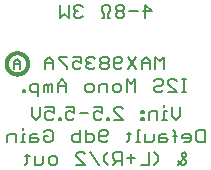
<source format=gbr>
G04 EAGLE Gerber RS-274X export*
G75*
%MOMM*%
%FSLAX34Y34*%
%LPD*%
%INSilkscreen Bottom*%
%IPPOS*%
%AMOC8*
5,1,8,0,0,1.08239X$1,22.5*%
G01*
%ADD10C,0.203200*%
%ADD11C,0.304800*%


D10*
X151905Y95513D02*
X151905Y88395D01*
X148346Y84836D01*
X144787Y88395D01*
X144787Y95513D01*
X140212Y91954D02*
X138432Y91954D01*
X138432Y84836D01*
X140212Y84836D02*
X136652Y84836D01*
X138432Y95513D02*
X138432Y97293D01*
X132416Y91954D02*
X132416Y84836D01*
X132416Y91954D02*
X127077Y91954D01*
X125297Y90175D01*
X125297Y84836D01*
X120722Y91954D02*
X118942Y91954D01*
X118942Y90175D01*
X120722Y90175D01*
X120722Y91954D01*
X120722Y86616D02*
X118942Y86616D01*
X118942Y84836D01*
X120722Y84836D01*
X120722Y86616D01*
X103181Y84836D02*
X96063Y84836D01*
X103181Y84836D02*
X96063Y91954D01*
X96063Y93734D01*
X97842Y95513D01*
X101401Y95513D01*
X103181Y93734D01*
X91487Y86616D02*
X91487Y84836D01*
X91487Y86616D02*
X89707Y86616D01*
X89707Y84836D01*
X91487Y84836D01*
X85640Y95513D02*
X78522Y95513D01*
X85640Y95513D02*
X85640Y90175D01*
X82081Y91954D01*
X80301Y91954D01*
X78522Y90175D01*
X78522Y86616D01*
X80301Y84836D01*
X83860Y84836D01*
X85640Y86616D01*
X73946Y90175D02*
X66828Y90175D01*
X62252Y95513D02*
X55134Y95513D01*
X62252Y95513D02*
X62252Y90175D01*
X58693Y91954D01*
X56913Y91954D01*
X55134Y90175D01*
X55134Y86616D01*
X56913Y84836D01*
X60472Y84836D01*
X62252Y86616D01*
X50558Y86616D02*
X50558Y84836D01*
X50558Y86616D02*
X48778Y86616D01*
X48778Y84836D01*
X50558Y84836D01*
X44711Y95513D02*
X37593Y95513D01*
X44711Y95513D02*
X44711Y90175D01*
X41152Y91954D01*
X39372Y91954D01*
X37593Y90175D01*
X37593Y86616D01*
X39372Y84836D01*
X42931Y84836D01*
X44711Y86616D01*
X33017Y88395D02*
X33017Y95513D01*
X33017Y88395D02*
X29458Y84836D01*
X25899Y88395D01*
X25899Y95513D01*
X172370Y76463D02*
X172370Y65786D01*
X167031Y65786D01*
X165252Y67566D01*
X165252Y74684D01*
X167031Y76463D01*
X172370Y76463D01*
X158896Y65786D02*
X155337Y65786D01*
X158896Y65786D02*
X160676Y67566D01*
X160676Y71125D01*
X158896Y72904D01*
X155337Y72904D01*
X153558Y71125D01*
X153558Y69345D01*
X160676Y69345D01*
X147203Y65786D02*
X147203Y74684D01*
X145423Y76463D01*
X145423Y71125D02*
X148982Y71125D01*
X139407Y72904D02*
X135847Y72904D01*
X134068Y71125D01*
X134068Y65786D01*
X139407Y65786D01*
X141186Y67566D01*
X139407Y69345D01*
X134068Y69345D01*
X129492Y67566D02*
X129492Y72904D01*
X129492Y67566D02*
X127713Y65786D01*
X122374Y65786D01*
X122374Y72904D01*
X117798Y76463D02*
X116019Y76463D01*
X116019Y65786D01*
X117798Y65786D02*
X114239Y65786D01*
X108223Y67566D02*
X108223Y74684D01*
X108223Y67566D02*
X106443Y65786D01*
X106443Y72904D02*
X110002Y72904D01*
X90512Y67566D02*
X88733Y65786D01*
X85174Y65786D01*
X83394Y67566D01*
X83394Y74684D01*
X85174Y76463D01*
X88733Y76463D01*
X90512Y74684D01*
X90512Y72904D01*
X88733Y71125D01*
X83394Y71125D01*
X71700Y76463D02*
X71700Y65786D01*
X77039Y65786D01*
X78818Y67566D01*
X78818Y71125D01*
X77039Y72904D01*
X71700Y72904D01*
X67124Y76463D02*
X67124Y65786D01*
X61786Y65786D01*
X60006Y67566D01*
X60006Y71125D01*
X61786Y72904D01*
X67124Y72904D01*
X38398Y76463D02*
X36618Y74684D01*
X38398Y76463D02*
X41957Y76463D01*
X43736Y74684D01*
X43736Y67566D01*
X41957Y65786D01*
X38398Y65786D01*
X36618Y67566D01*
X36618Y71125D01*
X40177Y71125D01*
X30263Y72904D02*
X26704Y72904D01*
X24924Y71125D01*
X24924Y65786D01*
X30263Y65786D01*
X32042Y67566D01*
X30263Y69345D01*
X24924Y69345D01*
X20348Y72904D02*
X18569Y72904D01*
X18569Y65786D01*
X20348Y65786D02*
X16789Y65786D01*
X18569Y76463D02*
X18569Y78243D01*
X12552Y72904D02*
X12552Y65786D01*
X12552Y72904D02*
X7214Y72904D01*
X5434Y71125D01*
X5434Y65786D01*
X149660Y50295D02*
X153219Y46736D01*
X154998Y46736D01*
X156778Y48516D01*
X156778Y50295D01*
X153219Y53854D01*
X153219Y55634D01*
X154998Y57413D01*
X156778Y55634D01*
X156778Y53854D01*
X149660Y46736D01*
X133390Y50295D02*
X129831Y46736D01*
X133390Y50295D02*
X133390Y53854D01*
X129831Y57413D01*
X125594Y57413D02*
X125594Y46736D01*
X118476Y46736D01*
X113900Y52075D02*
X106782Y52075D01*
X110341Y55634D02*
X110341Y48516D01*
X102206Y46736D02*
X102206Y57413D01*
X96868Y57413D01*
X95088Y55634D01*
X95088Y52075D01*
X96868Y50295D01*
X102206Y50295D01*
X98647Y50295D02*
X95088Y46736D01*
X90512Y46736D02*
X86953Y50295D01*
X86953Y53854D01*
X90512Y57413D01*
X82716Y46736D02*
X75598Y57413D01*
X71022Y46736D02*
X63904Y46736D01*
X71022Y46736D02*
X63904Y53854D01*
X63904Y55634D01*
X65684Y57413D01*
X69243Y57413D01*
X71022Y55634D01*
X45855Y46736D02*
X42296Y46736D01*
X40516Y48516D01*
X40516Y52075D01*
X42296Y53854D01*
X45855Y53854D01*
X47634Y52075D01*
X47634Y48516D01*
X45855Y46736D01*
X35940Y48516D02*
X35940Y53854D01*
X35940Y48516D02*
X34161Y46736D01*
X28822Y46736D01*
X28822Y53854D01*
X22467Y55634D02*
X22467Y48516D01*
X20687Y46736D01*
X20687Y53854D02*
X24246Y53854D01*
X137967Y127381D02*
X137967Y138058D01*
X134408Y134499D01*
X130849Y138058D01*
X130849Y127381D01*
X126273Y127381D02*
X126273Y134499D01*
X122714Y138058D01*
X119155Y134499D01*
X119155Y127381D01*
X119155Y132720D02*
X126273Y132720D01*
X114579Y138058D02*
X107461Y127381D01*
X114579Y127381D02*
X107461Y138058D01*
X102885Y129161D02*
X101106Y127381D01*
X97547Y127381D01*
X95767Y129161D01*
X95767Y136279D01*
X97547Y138058D01*
X101106Y138058D01*
X102885Y136279D01*
X102885Y134499D01*
X101106Y132720D01*
X95767Y132720D01*
X91191Y136279D02*
X89412Y138058D01*
X85853Y138058D01*
X84073Y136279D01*
X84073Y134499D01*
X85853Y132720D01*
X84073Y130940D01*
X84073Y129161D01*
X85853Y127381D01*
X89412Y127381D01*
X91191Y129161D01*
X91191Y130940D01*
X89412Y132720D01*
X91191Y134499D01*
X91191Y136279D01*
X89412Y132720D02*
X85853Y132720D01*
X79497Y136279D02*
X77718Y138058D01*
X74159Y138058D01*
X72379Y136279D01*
X72379Y134499D01*
X74159Y132720D01*
X75938Y132720D01*
X74159Y132720D02*
X72379Y130940D01*
X72379Y129161D01*
X74159Y127381D01*
X77718Y127381D01*
X79497Y129161D01*
X67803Y138058D02*
X60685Y138058D01*
X67803Y138058D02*
X67803Y132720D01*
X64244Y134499D01*
X62465Y134499D01*
X60685Y132720D01*
X60685Y129161D01*
X62465Y127381D01*
X66024Y127381D01*
X67803Y129161D01*
X56109Y138058D02*
X48991Y138058D01*
X48991Y136279D01*
X56109Y129161D01*
X56109Y127381D01*
X44415Y127381D02*
X44415Y134499D01*
X40856Y138058D01*
X37297Y134499D01*
X37297Y127381D01*
X37297Y132720D02*
X44415Y132720D01*
X152923Y108331D02*
X156482Y108331D01*
X154703Y108331D02*
X154703Y119008D01*
X156482Y119008D02*
X152923Y119008D01*
X148686Y108331D02*
X141568Y108331D01*
X148686Y108331D02*
X141568Y115449D01*
X141568Y117229D01*
X143348Y119008D01*
X146907Y119008D01*
X148686Y117229D01*
X131654Y119008D02*
X129874Y117229D01*
X131654Y119008D02*
X135213Y119008D01*
X136993Y117229D01*
X136993Y115449D01*
X135213Y113670D01*
X131654Y113670D01*
X129874Y111890D01*
X129874Y110111D01*
X131654Y108331D01*
X135213Y108331D01*
X136993Y110111D01*
X113605Y108331D02*
X113605Y119008D01*
X110046Y115449D01*
X106487Y119008D01*
X106487Y108331D01*
X100131Y108331D02*
X96572Y108331D01*
X94793Y110111D01*
X94793Y113670D01*
X96572Y115449D01*
X100131Y115449D01*
X101911Y113670D01*
X101911Y110111D01*
X100131Y108331D01*
X90217Y108331D02*
X90217Y115449D01*
X84878Y115449D01*
X83099Y113670D01*
X83099Y108331D01*
X76743Y108331D02*
X73184Y108331D01*
X71405Y110111D01*
X71405Y113670D01*
X73184Y115449D01*
X76743Y115449D01*
X78523Y113670D01*
X78523Y110111D01*
X76743Y108331D01*
X55135Y108331D02*
X55135Y115449D01*
X51576Y119008D01*
X48017Y115449D01*
X48017Y108331D01*
X48017Y113670D02*
X55135Y113670D01*
X43441Y115449D02*
X43441Y108331D01*
X43441Y115449D02*
X41661Y115449D01*
X39882Y113670D01*
X39882Y108331D01*
X39882Y113670D02*
X38102Y115449D01*
X36323Y113670D01*
X36323Y108331D01*
X31747Y104772D02*
X31747Y115449D01*
X26408Y115449D01*
X24629Y113670D01*
X24629Y110111D01*
X26408Y108331D01*
X31747Y108331D01*
X20053Y108331D02*
X20053Y110111D01*
X18273Y110111D01*
X18273Y108331D01*
X20053Y108331D01*
X122204Y171196D02*
X122204Y181873D01*
X127543Y176535D01*
X120425Y176535D01*
X115849Y176535D02*
X108731Y176535D01*
X104155Y180094D02*
X102376Y181873D01*
X98816Y181873D01*
X97037Y180094D01*
X97037Y178314D01*
X98816Y176535D01*
X97037Y174755D01*
X97037Y172976D01*
X98816Y171196D01*
X102376Y171196D01*
X104155Y172976D01*
X104155Y174755D01*
X102376Y176535D01*
X104155Y178314D01*
X104155Y180094D01*
X102376Y176535D02*
X98816Y176535D01*
X92461Y171196D02*
X90682Y171196D01*
X90682Y174755D01*
X92461Y176535D01*
X92461Y180094D01*
X90682Y181873D01*
X87123Y181873D01*
X85343Y180094D01*
X85343Y176535D01*
X87123Y174755D01*
X87123Y171196D01*
X85343Y171196D01*
X69073Y180094D02*
X67294Y181873D01*
X63735Y181873D01*
X61955Y180094D01*
X61955Y178314D01*
X63735Y176535D01*
X65514Y176535D01*
X63735Y176535D02*
X61955Y174755D01*
X61955Y172976D01*
X63735Y171196D01*
X67294Y171196D01*
X69073Y172976D01*
X57379Y171196D02*
X57379Y181873D01*
X53820Y174755D02*
X57379Y171196D01*
X53820Y174755D02*
X50261Y171196D01*
X50261Y181873D01*
D11*
X4990Y132080D02*
X4993Y132300D01*
X5001Y132521D01*
X5014Y132741D01*
X5033Y132960D01*
X5058Y133179D01*
X5087Y133398D01*
X5122Y133615D01*
X5163Y133832D01*
X5208Y134048D01*
X5259Y134262D01*
X5315Y134475D01*
X5377Y134687D01*
X5443Y134897D01*
X5515Y135105D01*
X5592Y135312D01*
X5674Y135516D01*
X5760Y135719D01*
X5852Y135919D01*
X5949Y136118D01*
X6050Y136313D01*
X6157Y136506D01*
X6268Y136697D01*
X6383Y136884D01*
X6503Y137069D01*
X6628Y137251D01*
X6757Y137429D01*
X6891Y137605D01*
X7028Y137777D01*
X7170Y137945D01*
X7316Y138111D01*
X7466Y138272D01*
X7620Y138430D01*
X7778Y138584D01*
X7939Y138734D01*
X8105Y138880D01*
X8273Y139022D01*
X8445Y139159D01*
X8621Y139293D01*
X8799Y139422D01*
X8981Y139547D01*
X9166Y139667D01*
X9353Y139782D01*
X9544Y139893D01*
X9737Y140000D01*
X9932Y140101D01*
X10131Y140198D01*
X10331Y140290D01*
X10534Y140376D01*
X10738Y140458D01*
X10945Y140535D01*
X11153Y140607D01*
X11363Y140673D01*
X11575Y140735D01*
X11788Y140791D01*
X12002Y140842D01*
X12218Y140887D01*
X12435Y140928D01*
X12652Y140963D01*
X12871Y140992D01*
X13090Y141017D01*
X13309Y141036D01*
X13529Y141049D01*
X13750Y141057D01*
X13970Y141060D01*
X14190Y141057D01*
X14411Y141049D01*
X14631Y141036D01*
X14850Y141017D01*
X15069Y140992D01*
X15288Y140963D01*
X15505Y140928D01*
X15722Y140887D01*
X15938Y140842D01*
X16152Y140791D01*
X16365Y140735D01*
X16577Y140673D01*
X16787Y140607D01*
X16995Y140535D01*
X17202Y140458D01*
X17406Y140376D01*
X17609Y140290D01*
X17809Y140198D01*
X18008Y140101D01*
X18203Y140000D01*
X18396Y139893D01*
X18587Y139782D01*
X18774Y139667D01*
X18959Y139547D01*
X19141Y139422D01*
X19319Y139293D01*
X19495Y139159D01*
X19667Y139022D01*
X19835Y138880D01*
X20001Y138734D01*
X20162Y138584D01*
X20320Y138430D01*
X20474Y138272D01*
X20624Y138111D01*
X20770Y137945D01*
X20912Y137777D01*
X21049Y137605D01*
X21183Y137429D01*
X21312Y137251D01*
X21437Y137069D01*
X21557Y136884D01*
X21672Y136697D01*
X21783Y136506D01*
X21890Y136313D01*
X21991Y136118D01*
X22088Y135919D01*
X22180Y135719D01*
X22266Y135516D01*
X22348Y135312D01*
X22425Y135105D01*
X22497Y134897D01*
X22563Y134687D01*
X22625Y134475D01*
X22681Y134262D01*
X22732Y134048D01*
X22777Y133832D01*
X22818Y133615D01*
X22853Y133398D01*
X22882Y133179D01*
X22907Y132960D01*
X22926Y132741D01*
X22939Y132521D01*
X22947Y132300D01*
X22950Y132080D01*
X22947Y131860D01*
X22939Y131639D01*
X22926Y131419D01*
X22907Y131200D01*
X22882Y130981D01*
X22853Y130762D01*
X22818Y130545D01*
X22777Y130328D01*
X22732Y130112D01*
X22681Y129898D01*
X22625Y129685D01*
X22563Y129473D01*
X22497Y129263D01*
X22425Y129055D01*
X22348Y128848D01*
X22266Y128644D01*
X22180Y128441D01*
X22088Y128241D01*
X21991Y128042D01*
X21890Y127847D01*
X21783Y127654D01*
X21672Y127463D01*
X21557Y127276D01*
X21437Y127091D01*
X21312Y126909D01*
X21183Y126731D01*
X21049Y126555D01*
X20912Y126383D01*
X20770Y126215D01*
X20624Y126049D01*
X20474Y125888D01*
X20320Y125730D01*
X20162Y125576D01*
X20001Y125426D01*
X19835Y125280D01*
X19667Y125138D01*
X19495Y125001D01*
X19319Y124867D01*
X19141Y124738D01*
X18959Y124613D01*
X18774Y124493D01*
X18587Y124378D01*
X18396Y124267D01*
X18203Y124160D01*
X18008Y124059D01*
X17809Y123962D01*
X17609Y123870D01*
X17406Y123784D01*
X17202Y123702D01*
X16995Y123625D01*
X16787Y123553D01*
X16577Y123487D01*
X16365Y123425D01*
X16152Y123369D01*
X15938Y123318D01*
X15722Y123273D01*
X15505Y123232D01*
X15288Y123197D01*
X15069Y123168D01*
X14850Y123143D01*
X14631Y123124D01*
X14411Y123111D01*
X14190Y123103D01*
X13970Y123100D01*
X13750Y123103D01*
X13529Y123111D01*
X13309Y123124D01*
X13090Y123143D01*
X12871Y123168D01*
X12652Y123197D01*
X12435Y123232D01*
X12218Y123273D01*
X12002Y123318D01*
X11788Y123369D01*
X11575Y123425D01*
X11363Y123487D01*
X11153Y123553D01*
X10945Y123625D01*
X10738Y123702D01*
X10534Y123784D01*
X10331Y123870D01*
X10131Y123962D01*
X9932Y124059D01*
X9737Y124160D01*
X9544Y124267D01*
X9353Y124378D01*
X9166Y124493D01*
X8981Y124613D01*
X8799Y124738D01*
X8621Y124867D01*
X8445Y125001D01*
X8273Y125138D01*
X8105Y125280D01*
X7939Y125426D01*
X7778Y125576D01*
X7620Y125730D01*
X7466Y125888D01*
X7316Y126049D01*
X7170Y126215D01*
X7028Y126383D01*
X6891Y126555D01*
X6757Y126731D01*
X6628Y126909D01*
X6503Y127091D01*
X6383Y127276D01*
X6268Y127463D01*
X6157Y127654D01*
X6050Y127847D01*
X5949Y128042D01*
X5852Y128241D01*
X5760Y128441D01*
X5674Y128644D01*
X5592Y128848D01*
X5515Y129055D01*
X5443Y129263D01*
X5377Y129473D01*
X5315Y129685D01*
X5259Y129898D01*
X5208Y130112D01*
X5163Y130328D01*
X5122Y130545D01*
X5087Y130762D01*
X5058Y130981D01*
X5033Y131200D01*
X5014Y131419D01*
X5001Y131639D01*
X4993Y131860D01*
X4990Y132080D01*
D10*
X16510Y133439D02*
X16510Y128016D01*
X16510Y133439D02*
X13798Y136151D01*
X11087Y133439D01*
X11087Y128016D01*
X11087Y132083D02*
X16510Y132083D01*
M02*

</source>
